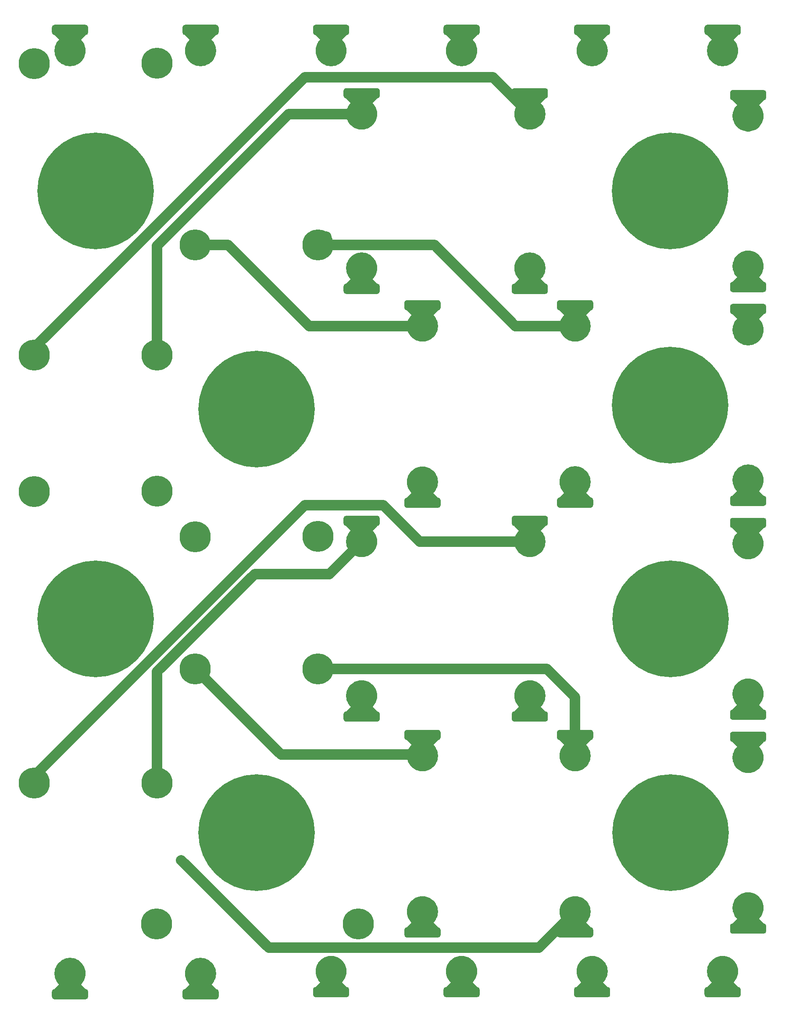
<source format=gbr>
%TF.GenerationSoftware,KiCad,Pcbnew,(5.1.9)-1*%
%TF.CreationDate,2021-11-07T02:37:45+01:00*%
%TF.ProjectId,SwitchBox,53776974-6368-4426-9f78-2e6b69636164,rev?*%
%TF.SameCoordinates,Original*%
%TF.FileFunction,Copper,L2,Bot*%
%TF.FilePolarity,Positive*%
%FSLAX46Y46*%
G04 Gerber Fmt 4.6, Leading zero omitted, Abs format (unit mm)*
G04 Created by KiCad (PCBNEW (5.1.9)-1) date 2021-11-07 02:37:45*
%MOMM*%
%LPD*%
G01*
G04 APERTURE LIST*
%TA.AperFunction,ComponentPad*%
%ADD10C,6.000000*%
%TD*%
%TA.AperFunction,ComponentPad*%
%ADD11C,22.500000*%
%TD*%
%TA.AperFunction,ComponentPad*%
%ADD12C,0.100000*%
%TD*%
%TA.AperFunction,ViaPad*%
%ADD13C,2.000000*%
%TD*%
%TA.AperFunction,Conductor*%
%ADD14C,2.000000*%
%TD*%
%TA.AperFunction,Conductor*%
%ADD15C,1.500000*%
%TD*%
G04 APERTURE END LIST*
D10*
%TO.P,SW1,2*%
%TO.N,/PASS1_NC*%
X60120000Y-96280000D03*
%TO.P,SW1,1*%
%TO.N,Net-(F1-Pad1)*%
X60100000Y-40010000D03*
%TO.P,SW1,3*%
%TO.N,Net-(F5-Pad1)*%
X36400000Y-40040000D03*
%TO.P,SW1,4*%
%TO.N,/PASS1_NO*%
X36420000Y-96260000D03*
D11*
%TO.P,SW1,*%
%TO.N,*%
X48260000Y-64650000D03*
%TD*%
%TO.P,D4,*%
%TO.N,*%
X159250000Y-188420000D03*
%TD*%
%TO.P,D3,*%
%TO.N,*%
X159230000Y-147163332D03*
%TD*%
%TO.P,D2,*%
%TO.N,*%
X159190000Y-105906666D03*
%TD*%
%TO.P,D1,*%
%TO.N,*%
X159190000Y-64650000D03*
%TD*%
%TA.AperFunction,ComponentPad*%
D12*
%TO.P,BLACK,1*%
%TO.N,/COM2_NO*%
G36*
X111790191Y-117802470D02*
G01*
X112078941Y-117859906D01*
X112360670Y-117945368D01*
X112632665Y-118058032D01*
X112892308Y-118196814D01*
X113137098Y-118360377D01*
X113364677Y-118547147D01*
X113572853Y-118755323D01*
X113759623Y-118982902D01*
X113923186Y-119227692D01*
X114061968Y-119487335D01*
X114174632Y-119759330D01*
X114260094Y-120041059D01*
X114317530Y-120329809D01*
X114346386Y-120622797D01*
X114346386Y-120917203D01*
X114317530Y-121210191D01*
X114260094Y-121498941D01*
X114174632Y-121780670D01*
X114061968Y-122052665D01*
X113923186Y-122312308D01*
X113759623Y-122557098D01*
X113572853Y-122784677D01*
X113468765Y-122888765D01*
X114350000Y-123770000D01*
X108350000Y-123770000D01*
X109231235Y-122888765D01*
X109127147Y-122784677D01*
X108940377Y-122557098D01*
X108776814Y-122312308D01*
X108638032Y-122052665D01*
X108525368Y-121780670D01*
X108439906Y-121498941D01*
X108382470Y-121210191D01*
X108353614Y-120917203D01*
X108353614Y-120622797D01*
X108382470Y-120329809D01*
X108439906Y-120041059D01*
X108525368Y-119759330D01*
X108638032Y-119487335D01*
X108776814Y-119227692D01*
X108940377Y-118982902D01*
X109127147Y-118755323D01*
X109335323Y-118547147D01*
X109562902Y-118360377D01*
X109807692Y-118196814D01*
X110067335Y-118058032D01*
X110339330Y-117945368D01*
X110621059Y-117859906D01*
X110909809Y-117802470D01*
X111202797Y-117773614D01*
X111497203Y-117773614D01*
X111790191Y-117802470D01*
G37*
%TD.AperFunction*%
%TA.AperFunction,ComponentPad*%
G36*
G01*
X108350000Y-123770000D02*
X114350000Y-123770000D01*
G75*
G02*
X114850000Y-124270000I0J-500000D01*
G01*
X114850000Y-125270000D01*
G75*
G02*
X114350000Y-125770000I-500000J0D01*
G01*
X108350000Y-125770000D01*
G75*
G02*
X107850000Y-125270000I0J500000D01*
G01*
X107850000Y-124270000D01*
G75*
G02*
X108350000Y-123770000I500000J0D01*
G01*
G37*
%TD.AperFunction*%
%TD*%
%TA.AperFunction,ComponentPad*%
%TO.P,BLACK,1*%
%TO.N,/PASS3_NC*%
G36*
X99169809Y-135237530D02*
G01*
X98881059Y-135180094D01*
X98599330Y-135094632D01*
X98327335Y-134981968D01*
X98067692Y-134843186D01*
X97822902Y-134679623D01*
X97595323Y-134492853D01*
X97387147Y-134284677D01*
X97200377Y-134057098D01*
X97036814Y-133812308D01*
X96898032Y-133552665D01*
X96785368Y-133280670D01*
X96699906Y-132998941D01*
X96642470Y-132710191D01*
X96613614Y-132417203D01*
X96613614Y-132122797D01*
X96642470Y-131829809D01*
X96699906Y-131541059D01*
X96785368Y-131259330D01*
X96898032Y-130987335D01*
X97036814Y-130727692D01*
X97200377Y-130482902D01*
X97387147Y-130255323D01*
X97491235Y-130151235D01*
X96610000Y-129270000D01*
X102610000Y-129270000D01*
X101728765Y-130151235D01*
X101832853Y-130255323D01*
X102019623Y-130482902D01*
X102183186Y-130727692D01*
X102321968Y-130987335D01*
X102434632Y-131259330D01*
X102520094Y-131541059D01*
X102577530Y-131829809D01*
X102606386Y-132122797D01*
X102606386Y-132417203D01*
X102577530Y-132710191D01*
X102520094Y-132998941D01*
X102434632Y-133280670D01*
X102321968Y-133552665D01*
X102183186Y-133812308D01*
X102019623Y-134057098D01*
X101832853Y-134284677D01*
X101624677Y-134492853D01*
X101397098Y-134679623D01*
X101152308Y-134843186D01*
X100892665Y-134981968D01*
X100620670Y-135094632D01*
X100338941Y-135180094D01*
X100050191Y-135237530D01*
X99757203Y-135266386D01*
X99462797Y-135266386D01*
X99169809Y-135237530D01*
G37*
%TD.AperFunction*%
%TA.AperFunction,ComponentPad*%
G36*
G01*
X102610000Y-129270000D02*
X96610000Y-129270000D01*
G75*
G02*
X96110000Y-128770000I0J500000D01*
G01*
X96110000Y-127770000D01*
G75*
G02*
X96610000Y-127270000I500000J0D01*
G01*
X102610000Y-127270000D01*
G75*
G02*
X103110000Y-127770000I0J-500000D01*
G01*
X103110000Y-128770000D01*
G75*
G02*
X102610000Y-129270000I-500000J0D01*
G01*
G37*
%TD.AperFunction*%
%TD*%
%TO.P,BLACK,1*%
%TO.N,/COM3_NO*%
%TA.AperFunction,ComponentPad*%
G36*
G01*
X96610000Y-165010000D02*
X102610000Y-165010000D01*
G75*
G02*
X103110000Y-165510000I0J-500000D01*
G01*
X103110000Y-166510000D01*
G75*
G02*
X102610000Y-167010000I-500000J0D01*
G01*
X96610000Y-167010000D01*
G75*
G02*
X96110000Y-166510000I0J500000D01*
G01*
X96110000Y-165510000D01*
G75*
G02*
X96610000Y-165010000I500000J0D01*
G01*
G37*
%TD.AperFunction*%
%TA.AperFunction,ComponentPad*%
G36*
X100050191Y-159042470D02*
G01*
X100338941Y-159099906D01*
X100620670Y-159185368D01*
X100892665Y-159298032D01*
X101152308Y-159436814D01*
X101397098Y-159600377D01*
X101624677Y-159787147D01*
X101832853Y-159995323D01*
X102019623Y-160222902D01*
X102183186Y-160467692D01*
X102321968Y-160727335D01*
X102434632Y-160999330D01*
X102520094Y-161281059D01*
X102577530Y-161569809D01*
X102606386Y-161862797D01*
X102606386Y-162157203D01*
X102577530Y-162450191D01*
X102520094Y-162738941D01*
X102434632Y-163020670D01*
X102321968Y-163292665D01*
X102183186Y-163552308D01*
X102019623Y-163797098D01*
X101832853Y-164024677D01*
X101728765Y-164128765D01*
X102610000Y-165010000D01*
X96610000Y-165010000D01*
X97491235Y-164128765D01*
X97387147Y-164024677D01*
X97200377Y-163797098D01*
X97036814Y-163552308D01*
X96898032Y-163292665D01*
X96785368Y-163020670D01*
X96699906Y-162738941D01*
X96642470Y-162450191D01*
X96613614Y-162157203D01*
X96613614Y-161862797D01*
X96642470Y-161569809D01*
X96699906Y-161281059D01*
X96785368Y-160999330D01*
X96898032Y-160727335D01*
X97036814Y-160467692D01*
X97200377Y-160222902D01*
X97387147Y-159995323D01*
X97595323Y-159787147D01*
X97822902Y-159600377D01*
X98067692Y-159436814D01*
X98327335Y-159298032D01*
X98599330Y-159185368D01*
X98881059Y-159099906D01*
X99169809Y-159042470D01*
X99462797Y-159013614D01*
X99757203Y-159013614D01*
X100050191Y-159042470D01*
G37*
%TD.AperFunction*%
%TD*%
%TO.P,BLACK,1*%
%TO.N,/COM4_NO*%
%TA.AperFunction,ComponentPad*%
G36*
G01*
X108350000Y-206650000D02*
X114350000Y-206650000D01*
G75*
G02*
X114850000Y-207150000I0J-500000D01*
G01*
X114850000Y-208150000D01*
G75*
G02*
X114350000Y-208650000I-500000J0D01*
G01*
X108350000Y-208650000D01*
G75*
G02*
X107850000Y-208150000I0J500000D01*
G01*
X107850000Y-207150000D01*
G75*
G02*
X108350000Y-206650000I500000J0D01*
G01*
G37*
%TD.AperFunction*%
%TA.AperFunction,ComponentPad*%
G36*
X111790191Y-200682470D02*
G01*
X112078941Y-200739906D01*
X112360670Y-200825368D01*
X112632665Y-200938032D01*
X112892308Y-201076814D01*
X113137098Y-201240377D01*
X113364677Y-201427147D01*
X113572853Y-201635323D01*
X113759623Y-201862902D01*
X113923186Y-202107692D01*
X114061968Y-202367335D01*
X114174632Y-202639330D01*
X114260094Y-202921059D01*
X114317530Y-203209809D01*
X114346386Y-203502797D01*
X114346386Y-203797203D01*
X114317530Y-204090191D01*
X114260094Y-204378941D01*
X114174632Y-204660670D01*
X114061968Y-204932665D01*
X113923186Y-205192308D01*
X113759623Y-205437098D01*
X113572853Y-205664677D01*
X113468765Y-205768765D01*
X114350000Y-206650000D01*
X108350000Y-206650000D01*
X109231235Y-205768765D01*
X109127147Y-205664677D01*
X108940377Y-205437098D01*
X108776814Y-205192308D01*
X108638032Y-204932665D01*
X108525368Y-204660670D01*
X108439906Y-204378941D01*
X108382470Y-204090191D01*
X108353614Y-203797203D01*
X108353614Y-203502797D01*
X108382470Y-203209809D01*
X108439906Y-202921059D01*
X108525368Y-202639330D01*
X108638032Y-202367335D01*
X108776814Y-202107692D01*
X108940377Y-201862902D01*
X109127147Y-201635323D01*
X109335323Y-201427147D01*
X109562902Y-201240377D01*
X109807692Y-201076814D01*
X110067335Y-200938032D01*
X110339330Y-200825368D01*
X110621059Y-200739906D01*
X110909809Y-200682470D01*
X111202797Y-200653614D01*
X111497203Y-200653614D01*
X111790191Y-200682470D01*
G37*
%TD.AperFunction*%
%TD*%
%TO.P,BLACK,1*%
%TO.N,/PASS4_NC*%
%TA.AperFunction,ComponentPad*%
G36*
G01*
X114350000Y-170570000D02*
X108350000Y-170570000D01*
G75*
G02*
X107850000Y-170070000I0J500000D01*
G01*
X107850000Y-169070000D01*
G75*
G02*
X108350000Y-168570000I500000J0D01*
G01*
X114350000Y-168570000D01*
G75*
G02*
X114850000Y-169070000I0J-500000D01*
G01*
X114850000Y-170070000D01*
G75*
G02*
X114350000Y-170570000I-500000J0D01*
G01*
G37*
%TD.AperFunction*%
%TA.AperFunction,ComponentPad*%
G36*
X110909809Y-176537530D02*
G01*
X110621059Y-176480094D01*
X110339330Y-176394632D01*
X110067335Y-176281968D01*
X109807692Y-176143186D01*
X109562902Y-175979623D01*
X109335323Y-175792853D01*
X109127147Y-175584677D01*
X108940377Y-175357098D01*
X108776814Y-175112308D01*
X108638032Y-174852665D01*
X108525368Y-174580670D01*
X108439906Y-174298941D01*
X108382470Y-174010191D01*
X108353614Y-173717203D01*
X108353614Y-173422797D01*
X108382470Y-173129809D01*
X108439906Y-172841059D01*
X108525368Y-172559330D01*
X108638032Y-172287335D01*
X108776814Y-172027692D01*
X108940377Y-171782902D01*
X109127147Y-171555323D01*
X109231235Y-171451235D01*
X108350000Y-170570000D01*
X114350000Y-170570000D01*
X113468765Y-171451235D01*
X113572853Y-171555323D01*
X113759623Y-171782902D01*
X113923186Y-172027692D01*
X114061968Y-172287335D01*
X114174632Y-172559330D01*
X114260094Y-172841059D01*
X114317530Y-173129809D01*
X114346386Y-173422797D01*
X114346386Y-173717203D01*
X114317530Y-174010191D01*
X114260094Y-174298941D01*
X114174632Y-174580670D01*
X114061968Y-174852665D01*
X113923186Y-175112308D01*
X113759623Y-175357098D01*
X113572853Y-175584677D01*
X113364677Y-175792853D01*
X113137098Y-175979623D01*
X112892308Y-176143186D01*
X112632665Y-176281968D01*
X112360670Y-176394632D01*
X112078941Y-176480094D01*
X111790191Y-176537530D01*
X111497203Y-176566386D01*
X111202797Y-176566386D01*
X110909809Y-176537530D01*
G37*
%TD.AperFunction*%
%TD*%
%TA.AperFunction,ComponentPad*%
%TO.P,BLACK,1*%
%TO.N,/PASS2_NC*%
G36*
X110909809Y-93647530D02*
G01*
X110621059Y-93590094D01*
X110339330Y-93504632D01*
X110067335Y-93391968D01*
X109807692Y-93253186D01*
X109562902Y-93089623D01*
X109335323Y-92902853D01*
X109127147Y-92694677D01*
X108940377Y-92467098D01*
X108776814Y-92222308D01*
X108638032Y-91962665D01*
X108525368Y-91690670D01*
X108439906Y-91408941D01*
X108382470Y-91120191D01*
X108353614Y-90827203D01*
X108353614Y-90532797D01*
X108382470Y-90239809D01*
X108439906Y-89951059D01*
X108525368Y-89669330D01*
X108638032Y-89397335D01*
X108776814Y-89137692D01*
X108940377Y-88892902D01*
X109127147Y-88665323D01*
X109231235Y-88561235D01*
X108350000Y-87680000D01*
X114350000Y-87680000D01*
X113468765Y-88561235D01*
X113572853Y-88665323D01*
X113759623Y-88892902D01*
X113923186Y-89137692D01*
X114061968Y-89397335D01*
X114174632Y-89669330D01*
X114260094Y-89951059D01*
X114317530Y-90239809D01*
X114346386Y-90532797D01*
X114346386Y-90827203D01*
X114317530Y-91120191D01*
X114260094Y-91408941D01*
X114174632Y-91690670D01*
X114061968Y-91962665D01*
X113923186Y-92222308D01*
X113759623Y-92467098D01*
X113572853Y-92694677D01*
X113364677Y-92902853D01*
X113137098Y-93089623D01*
X112892308Y-93253186D01*
X112632665Y-93391968D01*
X112360670Y-93504632D01*
X112078941Y-93590094D01*
X111790191Y-93647530D01*
X111497203Y-93676386D01*
X111202797Y-93676386D01*
X110909809Y-93647530D01*
G37*
%TD.AperFunction*%
%TA.AperFunction,ComponentPad*%
G36*
G01*
X114350000Y-87680000D02*
X108350000Y-87680000D01*
G75*
G02*
X107850000Y-87180000I0J500000D01*
G01*
X107850000Y-86180000D01*
G75*
G02*
X108350000Y-85680000I500000J0D01*
G01*
X114350000Y-85680000D01*
G75*
G02*
X114850000Y-86180000I0J-500000D01*
G01*
X114850000Y-87180000D01*
G75*
G02*
X114350000Y-87680000I-500000J0D01*
G01*
G37*
%TD.AperFunction*%
%TD*%
%TA.AperFunction,ComponentPad*%
%TO.P,BLACK,1*%
%TO.N,/COM1_NO*%
G36*
X100050191Y-76532470D02*
G01*
X100338941Y-76589906D01*
X100620670Y-76675368D01*
X100892665Y-76788032D01*
X101152308Y-76926814D01*
X101397098Y-77090377D01*
X101624677Y-77277147D01*
X101832853Y-77485323D01*
X102019623Y-77712902D01*
X102183186Y-77957692D01*
X102321968Y-78217335D01*
X102434632Y-78489330D01*
X102520094Y-78771059D01*
X102577530Y-79059809D01*
X102606386Y-79352797D01*
X102606386Y-79647203D01*
X102577530Y-79940191D01*
X102520094Y-80228941D01*
X102434632Y-80510670D01*
X102321968Y-80782665D01*
X102183186Y-81042308D01*
X102019623Y-81287098D01*
X101832853Y-81514677D01*
X101728765Y-81618765D01*
X102610000Y-82500000D01*
X96610000Y-82500000D01*
X97491235Y-81618765D01*
X97387147Y-81514677D01*
X97200377Y-81287098D01*
X97036814Y-81042308D01*
X96898032Y-80782665D01*
X96785368Y-80510670D01*
X96699906Y-80228941D01*
X96642470Y-79940191D01*
X96613614Y-79647203D01*
X96613614Y-79352797D01*
X96642470Y-79059809D01*
X96699906Y-78771059D01*
X96785368Y-78489330D01*
X96898032Y-78217335D01*
X97036814Y-77957692D01*
X97200377Y-77712902D01*
X97387147Y-77485323D01*
X97595323Y-77277147D01*
X97822902Y-77090377D01*
X98067692Y-76926814D01*
X98327335Y-76788032D01*
X98599330Y-76675368D01*
X98881059Y-76589906D01*
X99169809Y-76532470D01*
X99462797Y-76503614D01*
X99757203Y-76503614D01*
X100050191Y-76532470D01*
G37*
%TD.AperFunction*%
%TA.AperFunction,ComponentPad*%
G36*
G01*
X96610000Y-82500000D02*
X102610000Y-82500000D01*
G75*
G02*
X103110000Y-83000000I0J-500000D01*
G01*
X103110000Y-84000000D01*
G75*
G02*
X102610000Y-84500000I-500000J0D01*
G01*
X96610000Y-84500000D01*
G75*
G02*
X96110000Y-84000000I0J500000D01*
G01*
X96110000Y-83000000D01*
G75*
G02*
X96610000Y-82500000I500000J0D01*
G01*
G37*
%TD.AperFunction*%
%TD*%
%TA.AperFunction,ComponentPad*%
%TO.P,BLACK,1*%
%TO.N,/PASS2_NO*%
G36*
X140379809Y-93647530D02*
G01*
X140091059Y-93590094D01*
X139809330Y-93504632D01*
X139537335Y-93391968D01*
X139277692Y-93253186D01*
X139032902Y-93089623D01*
X138805323Y-92902853D01*
X138597147Y-92694677D01*
X138410377Y-92467098D01*
X138246814Y-92222308D01*
X138108032Y-91962665D01*
X137995368Y-91690670D01*
X137909906Y-91408941D01*
X137852470Y-91120191D01*
X137823614Y-90827203D01*
X137823614Y-90532797D01*
X137852470Y-90239809D01*
X137909906Y-89951059D01*
X137995368Y-89669330D01*
X138108032Y-89397335D01*
X138246814Y-89137692D01*
X138410377Y-88892902D01*
X138597147Y-88665323D01*
X138701235Y-88561235D01*
X137820000Y-87680000D01*
X143820000Y-87680000D01*
X142938765Y-88561235D01*
X143042853Y-88665323D01*
X143229623Y-88892902D01*
X143393186Y-89137692D01*
X143531968Y-89397335D01*
X143644632Y-89669330D01*
X143730094Y-89951059D01*
X143787530Y-90239809D01*
X143816386Y-90532797D01*
X143816386Y-90827203D01*
X143787530Y-91120191D01*
X143730094Y-91408941D01*
X143644632Y-91690670D01*
X143531968Y-91962665D01*
X143393186Y-92222308D01*
X143229623Y-92467098D01*
X143042853Y-92694677D01*
X142834677Y-92902853D01*
X142607098Y-93089623D01*
X142362308Y-93253186D01*
X142102665Y-93391968D01*
X141830670Y-93504632D01*
X141548941Y-93590094D01*
X141260191Y-93647530D01*
X140967203Y-93676386D01*
X140672797Y-93676386D01*
X140379809Y-93647530D01*
G37*
%TD.AperFunction*%
%TA.AperFunction,ComponentPad*%
G36*
G01*
X143820000Y-87680000D02*
X137820000Y-87680000D01*
G75*
G02*
X137320000Y-87180000I0J500000D01*
G01*
X137320000Y-86180000D01*
G75*
G02*
X137820000Y-85680000I500000J0D01*
G01*
X143820000Y-85680000D01*
G75*
G02*
X144320000Y-86180000I0J-500000D01*
G01*
X144320000Y-87180000D01*
G75*
G02*
X143820000Y-87680000I-500000J0D01*
G01*
G37*
%TD.AperFunction*%
%TD*%
%TA.AperFunction,ComponentPad*%
%TO.P,BLACK,1*%
%TO.N,/PASS4_NO*%
G36*
X140379809Y-176537530D02*
G01*
X140091059Y-176480094D01*
X139809330Y-176394632D01*
X139537335Y-176281968D01*
X139277692Y-176143186D01*
X139032902Y-175979623D01*
X138805323Y-175792853D01*
X138597147Y-175584677D01*
X138410377Y-175357098D01*
X138246814Y-175112308D01*
X138108032Y-174852665D01*
X137995368Y-174580670D01*
X137909906Y-174298941D01*
X137852470Y-174010191D01*
X137823614Y-173717203D01*
X137823614Y-173422797D01*
X137852470Y-173129809D01*
X137909906Y-172841059D01*
X137995368Y-172559330D01*
X138108032Y-172287335D01*
X138246814Y-172027692D01*
X138410377Y-171782902D01*
X138597147Y-171555323D01*
X138701235Y-171451235D01*
X137820000Y-170570000D01*
X143820000Y-170570000D01*
X142938765Y-171451235D01*
X143042853Y-171555323D01*
X143229623Y-171782902D01*
X143393186Y-172027692D01*
X143531968Y-172287335D01*
X143644632Y-172559330D01*
X143730094Y-172841059D01*
X143787530Y-173129809D01*
X143816386Y-173422797D01*
X143816386Y-173717203D01*
X143787530Y-174010191D01*
X143730094Y-174298941D01*
X143644632Y-174580670D01*
X143531968Y-174852665D01*
X143393186Y-175112308D01*
X143229623Y-175357098D01*
X143042853Y-175584677D01*
X142834677Y-175792853D01*
X142607098Y-175979623D01*
X142362308Y-176143186D01*
X142102665Y-176281968D01*
X141830670Y-176394632D01*
X141548941Y-176480094D01*
X141260191Y-176537530D01*
X140967203Y-176566386D01*
X140672797Y-176566386D01*
X140379809Y-176537530D01*
G37*
%TD.AperFunction*%
%TA.AperFunction,ComponentPad*%
G36*
G01*
X143820000Y-170570000D02*
X137820000Y-170570000D01*
G75*
G02*
X137320000Y-170070000I0J500000D01*
G01*
X137320000Y-169070000D01*
G75*
G02*
X137820000Y-168570000I500000J0D01*
G01*
X143820000Y-168570000D01*
G75*
G02*
X144320000Y-169070000I0J-500000D01*
G01*
X144320000Y-170070000D01*
G75*
G02*
X143820000Y-170570000I-500000J0D01*
G01*
G37*
%TD.AperFunction*%
%TD*%
%TA.AperFunction,ComponentPad*%
%TO.P,BLACK,1*%
%TO.N,/COM3_NC*%
G36*
X132520191Y-159032470D02*
G01*
X132808941Y-159089906D01*
X133090670Y-159175368D01*
X133362665Y-159288032D01*
X133622308Y-159426814D01*
X133867098Y-159590377D01*
X134094677Y-159777147D01*
X134302853Y-159985323D01*
X134489623Y-160212902D01*
X134653186Y-160457692D01*
X134791968Y-160717335D01*
X134904632Y-160989330D01*
X134990094Y-161271059D01*
X135047530Y-161559809D01*
X135076386Y-161852797D01*
X135076386Y-162147203D01*
X135047530Y-162440191D01*
X134990094Y-162728941D01*
X134904632Y-163010670D01*
X134791968Y-163282665D01*
X134653186Y-163542308D01*
X134489623Y-163787098D01*
X134302853Y-164014677D01*
X134198765Y-164118765D01*
X135080000Y-165000000D01*
X129080000Y-165000000D01*
X129961235Y-164118765D01*
X129857147Y-164014677D01*
X129670377Y-163787098D01*
X129506814Y-163542308D01*
X129368032Y-163282665D01*
X129255368Y-163010670D01*
X129169906Y-162728941D01*
X129112470Y-162440191D01*
X129083614Y-162147203D01*
X129083614Y-161852797D01*
X129112470Y-161559809D01*
X129169906Y-161271059D01*
X129255368Y-160989330D01*
X129368032Y-160717335D01*
X129506814Y-160457692D01*
X129670377Y-160212902D01*
X129857147Y-159985323D01*
X130065323Y-159777147D01*
X130292902Y-159590377D01*
X130537692Y-159426814D01*
X130797335Y-159288032D01*
X131069330Y-159175368D01*
X131351059Y-159089906D01*
X131639809Y-159032470D01*
X131932797Y-159003614D01*
X132227203Y-159003614D01*
X132520191Y-159032470D01*
G37*
%TD.AperFunction*%
%TA.AperFunction,ComponentPad*%
G36*
G01*
X129080000Y-165000000D02*
X135080000Y-165000000D01*
G75*
G02*
X135580000Y-165500000I0J-500000D01*
G01*
X135580000Y-166500000D01*
G75*
G02*
X135080000Y-167000000I-500000J0D01*
G01*
X129080000Y-167000000D01*
G75*
G02*
X128580000Y-166500000I0J500000D01*
G01*
X128580000Y-165500000D01*
G75*
G02*
X129080000Y-165000000I500000J0D01*
G01*
G37*
%TD.AperFunction*%
%TD*%
%TO.P,BLACK,1*%
%TO.N,/COM4_NC*%
%TA.AperFunction,ComponentPad*%
G36*
G01*
X137820000Y-206640000D02*
X143820000Y-206640000D01*
G75*
G02*
X144320000Y-207140000I0J-500000D01*
G01*
X144320000Y-208140000D01*
G75*
G02*
X143820000Y-208640000I-500000J0D01*
G01*
X137820000Y-208640000D01*
G75*
G02*
X137320000Y-208140000I0J500000D01*
G01*
X137320000Y-207140000D01*
G75*
G02*
X137820000Y-206640000I500000J0D01*
G01*
G37*
%TD.AperFunction*%
%TA.AperFunction,ComponentPad*%
G36*
X141260191Y-200672470D02*
G01*
X141548941Y-200729906D01*
X141830670Y-200815368D01*
X142102665Y-200928032D01*
X142362308Y-201066814D01*
X142607098Y-201230377D01*
X142834677Y-201417147D01*
X143042853Y-201625323D01*
X143229623Y-201852902D01*
X143393186Y-202097692D01*
X143531968Y-202357335D01*
X143644632Y-202629330D01*
X143730094Y-202911059D01*
X143787530Y-203199809D01*
X143816386Y-203492797D01*
X143816386Y-203787203D01*
X143787530Y-204080191D01*
X143730094Y-204368941D01*
X143644632Y-204650670D01*
X143531968Y-204922665D01*
X143393186Y-205182308D01*
X143229623Y-205427098D01*
X143042853Y-205654677D01*
X142938765Y-205758765D01*
X143820000Y-206640000D01*
X137820000Y-206640000D01*
X138701235Y-205758765D01*
X138597147Y-205654677D01*
X138410377Y-205427098D01*
X138246814Y-205182308D01*
X138108032Y-204922665D01*
X137995368Y-204650670D01*
X137909906Y-204368941D01*
X137852470Y-204080191D01*
X137823614Y-203787203D01*
X137823614Y-203492797D01*
X137852470Y-203199809D01*
X137909906Y-202911059D01*
X137995368Y-202629330D01*
X138108032Y-202357335D01*
X138246814Y-202097692D01*
X138410377Y-201852902D01*
X138597147Y-201625323D01*
X138805323Y-201417147D01*
X139032902Y-201230377D01*
X139277692Y-201066814D01*
X139537335Y-200928032D01*
X139809330Y-200815368D01*
X140091059Y-200729906D01*
X140379809Y-200672470D01*
X140672797Y-200643614D01*
X140967203Y-200643614D01*
X141260191Y-200672470D01*
G37*
%TD.AperFunction*%
%TD*%
%TO.P,BLACK,1*%
%TO.N,/COM1_NC*%
%TA.AperFunction,ComponentPad*%
G36*
G01*
X129080000Y-82500000D02*
X135080000Y-82500000D01*
G75*
G02*
X135580000Y-83000000I0J-500000D01*
G01*
X135580000Y-84000000D01*
G75*
G02*
X135080000Y-84500000I-500000J0D01*
G01*
X129080000Y-84500000D01*
G75*
G02*
X128580000Y-84000000I0J500000D01*
G01*
X128580000Y-83000000D01*
G75*
G02*
X129080000Y-82500000I500000J0D01*
G01*
G37*
%TD.AperFunction*%
%TA.AperFunction,ComponentPad*%
G36*
X132520191Y-76532470D02*
G01*
X132808941Y-76589906D01*
X133090670Y-76675368D01*
X133362665Y-76788032D01*
X133622308Y-76926814D01*
X133867098Y-77090377D01*
X134094677Y-77277147D01*
X134302853Y-77485323D01*
X134489623Y-77712902D01*
X134653186Y-77957692D01*
X134791968Y-78217335D01*
X134904632Y-78489330D01*
X134990094Y-78771059D01*
X135047530Y-79059809D01*
X135076386Y-79352797D01*
X135076386Y-79647203D01*
X135047530Y-79940191D01*
X134990094Y-80228941D01*
X134904632Y-80510670D01*
X134791968Y-80782665D01*
X134653186Y-81042308D01*
X134489623Y-81287098D01*
X134302853Y-81514677D01*
X134198765Y-81618765D01*
X135080000Y-82500000D01*
X129080000Y-82500000D01*
X129961235Y-81618765D01*
X129857147Y-81514677D01*
X129670377Y-81287098D01*
X129506814Y-81042308D01*
X129368032Y-80782665D01*
X129255368Y-80510670D01*
X129169906Y-80228941D01*
X129112470Y-79940191D01*
X129083614Y-79647203D01*
X129083614Y-79352797D01*
X129112470Y-79059809D01*
X129169906Y-78771059D01*
X129255368Y-78489330D01*
X129368032Y-78217335D01*
X129506814Y-77957692D01*
X129670377Y-77712902D01*
X129857147Y-77485323D01*
X130065323Y-77277147D01*
X130292902Y-77090377D01*
X130537692Y-76926814D01*
X130797335Y-76788032D01*
X131069330Y-76675368D01*
X131351059Y-76589906D01*
X131639809Y-76532470D01*
X131932797Y-76503614D01*
X132227203Y-76503614D01*
X132520191Y-76532470D01*
G37*
%TD.AperFunction*%
%TD*%
%TO.P,BLACK,1*%
%TO.N,/COM2_NC*%
%TA.AperFunction,ComponentPad*%
G36*
G01*
X137820000Y-123740000D02*
X143820000Y-123740000D01*
G75*
G02*
X144320000Y-124240000I0J-500000D01*
G01*
X144320000Y-125240000D01*
G75*
G02*
X143820000Y-125740000I-500000J0D01*
G01*
X137820000Y-125740000D01*
G75*
G02*
X137320000Y-125240000I0J500000D01*
G01*
X137320000Y-124240000D01*
G75*
G02*
X137820000Y-123740000I500000J0D01*
G01*
G37*
%TD.AperFunction*%
%TA.AperFunction,ComponentPad*%
G36*
X141260191Y-117772470D02*
G01*
X141548941Y-117829906D01*
X141830670Y-117915368D01*
X142102665Y-118028032D01*
X142362308Y-118166814D01*
X142607098Y-118330377D01*
X142834677Y-118517147D01*
X143042853Y-118725323D01*
X143229623Y-118952902D01*
X143393186Y-119197692D01*
X143531968Y-119457335D01*
X143644632Y-119729330D01*
X143730094Y-120011059D01*
X143787530Y-120299809D01*
X143816386Y-120592797D01*
X143816386Y-120887203D01*
X143787530Y-121180191D01*
X143730094Y-121468941D01*
X143644632Y-121750670D01*
X143531968Y-122022665D01*
X143393186Y-122282308D01*
X143229623Y-122527098D01*
X143042853Y-122754677D01*
X142938765Y-122858765D01*
X143820000Y-123740000D01*
X137820000Y-123740000D01*
X138701235Y-122858765D01*
X138597147Y-122754677D01*
X138410377Y-122527098D01*
X138246814Y-122282308D01*
X138108032Y-122022665D01*
X137995368Y-121750670D01*
X137909906Y-121468941D01*
X137852470Y-121180191D01*
X137823614Y-120887203D01*
X137823614Y-120592797D01*
X137852470Y-120299809D01*
X137909906Y-120011059D01*
X137995368Y-119729330D01*
X138108032Y-119457335D01*
X138246814Y-119197692D01*
X138410377Y-118952902D01*
X138597147Y-118725323D01*
X138805323Y-118517147D01*
X139032902Y-118330377D01*
X139277692Y-118166814D01*
X139537335Y-118028032D01*
X139809330Y-117915368D01*
X140091059Y-117829906D01*
X140379809Y-117772470D01*
X140672797Y-117743614D01*
X140967203Y-117743614D01*
X141260191Y-117772470D01*
G37*
%TD.AperFunction*%
%TD*%
%TO.P,BLACK,1*%
%TO.N,/PASS3_NO*%
%TA.AperFunction,ComponentPad*%
G36*
G01*
X135080000Y-129270000D02*
X129080000Y-129270000D01*
G75*
G02*
X128580000Y-128770000I0J500000D01*
G01*
X128580000Y-127770000D01*
G75*
G02*
X129080000Y-127270000I500000J0D01*
G01*
X135080000Y-127270000D01*
G75*
G02*
X135580000Y-127770000I0J-500000D01*
G01*
X135580000Y-128770000D01*
G75*
G02*
X135080000Y-129270000I-500000J0D01*
G01*
G37*
%TD.AperFunction*%
%TA.AperFunction,ComponentPad*%
G36*
X131639809Y-135237530D02*
G01*
X131351059Y-135180094D01*
X131069330Y-135094632D01*
X130797335Y-134981968D01*
X130537692Y-134843186D01*
X130292902Y-134679623D01*
X130065323Y-134492853D01*
X129857147Y-134284677D01*
X129670377Y-134057098D01*
X129506814Y-133812308D01*
X129368032Y-133552665D01*
X129255368Y-133280670D01*
X129169906Y-132998941D01*
X129112470Y-132710191D01*
X129083614Y-132417203D01*
X129083614Y-132122797D01*
X129112470Y-131829809D01*
X129169906Y-131541059D01*
X129255368Y-131259330D01*
X129368032Y-130987335D01*
X129506814Y-130727692D01*
X129670377Y-130482902D01*
X129857147Y-130255323D01*
X129961235Y-130151235D01*
X129080000Y-129270000D01*
X135080000Y-129270000D01*
X134198765Y-130151235D01*
X134302853Y-130255323D01*
X134489623Y-130482902D01*
X134653186Y-130727692D01*
X134791968Y-130987335D01*
X134904632Y-131259330D01*
X134990094Y-131541059D01*
X135047530Y-131829809D01*
X135076386Y-132122797D01*
X135076386Y-132417203D01*
X135047530Y-132710191D01*
X134990094Y-132998941D01*
X134904632Y-133280670D01*
X134791968Y-133552665D01*
X134653186Y-133812308D01*
X134489623Y-134057098D01*
X134302853Y-134284677D01*
X134094677Y-134492853D01*
X133867098Y-134679623D01*
X133622308Y-134843186D01*
X133362665Y-134981968D01*
X133090670Y-135094632D01*
X132808941Y-135180094D01*
X132520191Y-135237530D01*
X132227203Y-135266386D01*
X131932797Y-135266386D01*
X131639809Y-135237530D01*
G37*
%TD.AperFunction*%
%TD*%
%TO.P,BLACK,1*%
%TO.N,G*%
%TA.AperFunction,ComponentPad*%
G36*
G01*
X40310000Y-218570000D02*
X46310000Y-218570000D01*
G75*
G02*
X46810000Y-219070000I0J-500000D01*
G01*
X46810000Y-220070000D01*
G75*
G02*
X46310000Y-220570000I-500000J0D01*
G01*
X40310000Y-220570000D01*
G75*
G02*
X39810000Y-220070000I0J500000D01*
G01*
X39810000Y-219070000D01*
G75*
G02*
X40310000Y-218570000I500000J0D01*
G01*
G37*
%TD.AperFunction*%
%TA.AperFunction,ComponentPad*%
G36*
X43750191Y-212602470D02*
G01*
X44038941Y-212659906D01*
X44320670Y-212745368D01*
X44592665Y-212858032D01*
X44852308Y-212996814D01*
X45097098Y-213160377D01*
X45324677Y-213347147D01*
X45532853Y-213555323D01*
X45719623Y-213782902D01*
X45883186Y-214027692D01*
X46021968Y-214287335D01*
X46134632Y-214559330D01*
X46220094Y-214841059D01*
X46277530Y-215129809D01*
X46306386Y-215422797D01*
X46306386Y-215717203D01*
X46277530Y-216010191D01*
X46220094Y-216298941D01*
X46134632Y-216580670D01*
X46021968Y-216852665D01*
X45883186Y-217112308D01*
X45719623Y-217357098D01*
X45532853Y-217584677D01*
X45428765Y-217688765D01*
X46310000Y-218570000D01*
X40310000Y-218570000D01*
X41191235Y-217688765D01*
X41087147Y-217584677D01*
X40900377Y-217357098D01*
X40736814Y-217112308D01*
X40598032Y-216852665D01*
X40485368Y-216580670D01*
X40399906Y-216298941D01*
X40342470Y-216010191D01*
X40313614Y-215717203D01*
X40313614Y-215422797D01*
X40342470Y-215129809D01*
X40399906Y-214841059D01*
X40485368Y-214559330D01*
X40598032Y-214287335D01*
X40736814Y-214027692D01*
X40900377Y-213782902D01*
X41087147Y-213555323D01*
X41295323Y-213347147D01*
X41522902Y-213160377D01*
X41767692Y-212996814D01*
X42027335Y-212858032D01*
X42299330Y-212745368D01*
X42581059Y-212659906D01*
X42869809Y-212602470D01*
X43162797Y-212573614D01*
X43457203Y-212573614D01*
X43750191Y-212602470D01*
G37*
%TD.AperFunction*%
%TD*%
%TA.AperFunction,ComponentPad*%
%TO.P,RED,1*%
%TO.N,Net-(J10-Pad1)*%
G36*
X42869809Y-40537530D02*
G01*
X42581059Y-40480094D01*
X42299330Y-40394632D01*
X42027335Y-40281968D01*
X41767692Y-40143186D01*
X41522902Y-39979623D01*
X41295323Y-39792853D01*
X41087147Y-39584677D01*
X40900377Y-39357098D01*
X40736814Y-39112308D01*
X40598032Y-38852665D01*
X40485368Y-38580670D01*
X40399906Y-38298941D01*
X40342470Y-38010191D01*
X40313614Y-37717203D01*
X40313614Y-37422797D01*
X40342470Y-37129809D01*
X40399906Y-36841059D01*
X40485368Y-36559330D01*
X40598032Y-36287335D01*
X40736814Y-36027692D01*
X40900377Y-35782902D01*
X41087147Y-35555323D01*
X41191235Y-35451235D01*
X40310000Y-34570000D01*
X46310000Y-34570000D01*
X45428765Y-35451235D01*
X45532853Y-35555323D01*
X45719623Y-35782902D01*
X45883186Y-36027692D01*
X46021968Y-36287335D01*
X46134632Y-36559330D01*
X46220094Y-36841059D01*
X46277530Y-37129809D01*
X46306386Y-37422797D01*
X46306386Y-37717203D01*
X46277530Y-38010191D01*
X46220094Y-38298941D01*
X46134632Y-38580670D01*
X46021968Y-38852665D01*
X45883186Y-39112308D01*
X45719623Y-39357098D01*
X45532853Y-39584677D01*
X45324677Y-39792853D01*
X45097098Y-39979623D01*
X44852308Y-40143186D01*
X44592665Y-40281968D01*
X44320670Y-40394632D01*
X44038941Y-40480094D01*
X43750191Y-40537530D01*
X43457203Y-40566386D01*
X43162797Y-40566386D01*
X42869809Y-40537530D01*
G37*
%TD.AperFunction*%
%TA.AperFunction,ComponentPad*%
G36*
G01*
X46310000Y-34570000D02*
X40310000Y-34570000D01*
G75*
G02*
X39810000Y-34070000I0J500000D01*
G01*
X39810000Y-33070000D01*
G75*
G02*
X40310000Y-32570000I500000J0D01*
G01*
X46310000Y-32570000D01*
G75*
G02*
X46810000Y-33070000I0J-500000D01*
G01*
X46810000Y-34070000D01*
G75*
G02*
X46310000Y-34570000I-500000J0D01*
G01*
G37*
%TD.AperFunction*%
%TD*%
%TA.AperFunction,ComponentPad*%
%TO.P,BLACK,1*%
%TO.N,G*%
G36*
X68948191Y-212602470D02*
G01*
X69236941Y-212659906D01*
X69518670Y-212745368D01*
X69790665Y-212858032D01*
X70050308Y-212996814D01*
X70295098Y-213160377D01*
X70522677Y-213347147D01*
X70730853Y-213555323D01*
X70917623Y-213782902D01*
X71081186Y-214027692D01*
X71219968Y-214287335D01*
X71332632Y-214559330D01*
X71418094Y-214841059D01*
X71475530Y-215129809D01*
X71504386Y-215422797D01*
X71504386Y-215717203D01*
X71475530Y-216010191D01*
X71418094Y-216298941D01*
X71332632Y-216580670D01*
X71219968Y-216852665D01*
X71081186Y-217112308D01*
X70917623Y-217357098D01*
X70730853Y-217584677D01*
X70626765Y-217688765D01*
X71508000Y-218570000D01*
X65508000Y-218570000D01*
X66389235Y-217688765D01*
X66285147Y-217584677D01*
X66098377Y-217357098D01*
X65934814Y-217112308D01*
X65796032Y-216852665D01*
X65683368Y-216580670D01*
X65597906Y-216298941D01*
X65540470Y-216010191D01*
X65511614Y-215717203D01*
X65511614Y-215422797D01*
X65540470Y-215129809D01*
X65597906Y-214841059D01*
X65683368Y-214559330D01*
X65796032Y-214287335D01*
X65934814Y-214027692D01*
X66098377Y-213782902D01*
X66285147Y-213555323D01*
X66493323Y-213347147D01*
X66720902Y-213160377D01*
X66965692Y-212996814D01*
X67225335Y-212858032D01*
X67497330Y-212745368D01*
X67779059Y-212659906D01*
X68067809Y-212602470D01*
X68360797Y-212573614D01*
X68655203Y-212573614D01*
X68948191Y-212602470D01*
G37*
%TD.AperFunction*%
%TA.AperFunction,ComponentPad*%
G36*
G01*
X65508000Y-218570000D02*
X71508000Y-218570000D01*
G75*
G02*
X72008000Y-219070000I0J-500000D01*
G01*
X72008000Y-220070000D01*
G75*
G02*
X71508000Y-220570000I-500000J0D01*
G01*
X65508000Y-220570000D01*
G75*
G02*
X65008000Y-220070000I0J500000D01*
G01*
X65008000Y-219070000D01*
G75*
G02*
X65508000Y-218570000I500000J0D01*
G01*
G37*
%TD.AperFunction*%
%TD*%
%TO.P,RED,1*%
%TO.N,Net-(J10-Pad1)*%
%TA.AperFunction,ComponentPad*%
G36*
G01*
X71508000Y-34570000D02*
X65508000Y-34570000D01*
G75*
G02*
X65008000Y-34070000I0J500000D01*
G01*
X65008000Y-33070000D01*
G75*
G02*
X65508000Y-32570000I500000J0D01*
G01*
X71508000Y-32570000D01*
G75*
G02*
X72008000Y-33070000I0J-500000D01*
G01*
X72008000Y-34070000D01*
G75*
G02*
X71508000Y-34570000I-500000J0D01*
G01*
G37*
%TD.AperFunction*%
%TA.AperFunction,ComponentPad*%
G36*
X68067809Y-40537530D02*
G01*
X67779059Y-40480094D01*
X67497330Y-40394632D01*
X67225335Y-40281968D01*
X66965692Y-40143186D01*
X66720902Y-39979623D01*
X66493323Y-39792853D01*
X66285147Y-39584677D01*
X66098377Y-39357098D01*
X65934814Y-39112308D01*
X65796032Y-38852665D01*
X65683368Y-38580670D01*
X65597906Y-38298941D01*
X65540470Y-38010191D01*
X65511614Y-37717203D01*
X65511614Y-37422797D01*
X65540470Y-37129809D01*
X65597906Y-36841059D01*
X65683368Y-36559330D01*
X65796032Y-36287335D01*
X65934814Y-36027692D01*
X66098377Y-35782902D01*
X66285147Y-35555323D01*
X66389235Y-35451235D01*
X65508000Y-34570000D01*
X71508000Y-34570000D01*
X70626765Y-35451235D01*
X70730853Y-35555323D01*
X70917623Y-35782902D01*
X71081186Y-36027692D01*
X71219968Y-36287335D01*
X71332632Y-36559330D01*
X71418094Y-36841059D01*
X71475530Y-37129809D01*
X71504386Y-37422797D01*
X71504386Y-37717203D01*
X71475530Y-38010191D01*
X71418094Y-38298941D01*
X71332632Y-38580670D01*
X71219968Y-38852665D01*
X71081186Y-39112308D01*
X70917623Y-39357098D01*
X70730853Y-39584677D01*
X70522677Y-39792853D01*
X70295098Y-39979623D01*
X70050308Y-40143186D01*
X69790665Y-40281968D01*
X69518670Y-40394632D01*
X69236941Y-40480094D01*
X68948191Y-40537530D01*
X68655203Y-40566386D01*
X68360797Y-40566386D01*
X68067809Y-40537530D01*
G37*
%TD.AperFunction*%
%TD*%
%TO.P,BLACK,1*%
%TO.N,G*%
%TA.AperFunction,ComponentPad*%
G36*
G01*
X90706000Y-218170000D02*
X96706000Y-218170000D01*
G75*
G02*
X97206000Y-218670000I0J-500000D01*
G01*
X97206000Y-219670000D01*
G75*
G02*
X96706000Y-220170000I-500000J0D01*
G01*
X90706000Y-220170000D01*
G75*
G02*
X90206000Y-219670000I0J500000D01*
G01*
X90206000Y-218670000D01*
G75*
G02*
X90706000Y-218170000I500000J0D01*
G01*
G37*
%TD.AperFunction*%
%TA.AperFunction,ComponentPad*%
G36*
X94146191Y-212202470D02*
G01*
X94434941Y-212259906D01*
X94716670Y-212345368D01*
X94988665Y-212458032D01*
X95248308Y-212596814D01*
X95493098Y-212760377D01*
X95720677Y-212947147D01*
X95928853Y-213155323D01*
X96115623Y-213382902D01*
X96279186Y-213627692D01*
X96417968Y-213887335D01*
X96530632Y-214159330D01*
X96616094Y-214441059D01*
X96673530Y-214729809D01*
X96702386Y-215022797D01*
X96702386Y-215317203D01*
X96673530Y-215610191D01*
X96616094Y-215898941D01*
X96530632Y-216180670D01*
X96417968Y-216452665D01*
X96279186Y-216712308D01*
X96115623Y-216957098D01*
X95928853Y-217184677D01*
X95824765Y-217288765D01*
X96706000Y-218170000D01*
X90706000Y-218170000D01*
X91587235Y-217288765D01*
X91483147Y-217184677D01*
X91296377Y-216957098D01*
X91132814Y-216712308D01*
X90994032Y-216452665D01*
X90881368Y-216180670D01*
X90795906Y-215898941D01*
X90738470Y-215610191D01*
X90709614Y-215317203D01*
X90709614Y-215022797D01*
X90738470Y-214729809D01*
X90795906Y-214441059D01*
X90881368Y-214159330D01*
X90994032Y-213887335D01*
X91132814Y-213627692D01*
X91296377Y-213382902D01*
X91483147Y-213155323D01*
X91691323Y-212947147D01*
X91918902Y-212760377D01*
X92163692Y-212596814D01*
X92423335Y-212458032D01*
X92695330Y-212345368D01*
X92977059Y-212259906D01*
X93265809Y-212202470D01*
X93558797Y-212173614D01*
X93853203Y-212173614D01*
X94146191Y-212202470D01*
G37*
%TD.AperFunction*%
%TD*%
%TA.AperFunction,ComponentPad*%
%TO.P,RED,1*%
%TO.N,Net-(J10-Pad1)*%
G36*
X93265809Y-40537530D02*
G01*
X92977059Y-40480094D01*
X92695330Y-40394632D01*
X92423335Y-40281968D01*
X92163692Y-40143186D01*
X91918902Y-39979623D01*
X91691323Y-39792853D01*
X91483147Y-39584677D01*
X91296377Y-39357098D01*
X91132814Y-39112308D01*
X90994032Y-38852665D01*
X90881368Y-38580670D01*
X90795906Y-38298941D01*
X90738470Y-38010191D01*
X90709614Y-37717203D01*
X90709614Y-37422797D01*
X90738470Y-37129809D01*
X90795906Y-36841059D01*
X90881368Y-36559330D01*
X90994032Y-36287335D01*
X91132814Y-36027692D01*
X91296377Y-35782902D01*
X91483147Y-35555323D01*
X91587235Y-35451235D01*
X90706000Y-34570000D01*
X96706000Y-34570000D01*
X95824765Y-35451235D01*
X95928853Y-35555323D01*
X96115623Y-35782902D01*
X96279186Y-36027692D01*
X96417968Y-36287335D01*
X96530632Y-36559330D01*
X96616094Y-36841059D01*
X96673530Y-37129809D01*
X96702386Y-37422797D01*
X96702386Y-37717203D01*
X96673530Y-38010191D01*
X96616094Y-38298941D01*
X96530632Y-38580670D01*
X96417968Y-38852665D01*
X96279186Y-39112308D01*
X96115623Y-39357098D01*
X95928853Y-39584677D01*
X95720677Y-39792853D01*
X95493098Y-39979623D01*
X95248308Y-40143186D01*
X94988665Y-40281968D01*
X94716670Y-40394632D01*
X94434941Y-40480094D01*
X94146191Y-40537530D01*
X93853203Y-40566386D01*
X93558797Y-40566386D01*
X93265809Y-40537530D01*
G37*
%TD.AperFunction*%
%TA.AperFunction,ComponentPad*%
G36*
G01*
X96706000Y-34570000D02*
X90706000Y-34570000D01*
G75*
G02*
X90206000Y-34070000I0J500000D01*
G01*
X90206000Y-33070000D01*
G75*
G02*
X90706000Y-32570000I500000J0D01*
G01*
X96706000Y-32570000D01*
G75*
G02*
X97206000Y-33070000I0J-500000D01*
G01*
X97206000Y-34070000D01*
G75*
G02*
X96706000Y-34570000I-500000J0D01*
G01*
G37*
%TD.AperFunction*%
%TD*%
%TA.AperFunction,ComponentPad*%
%TO.P,BLACK,1*%
%TO.N,G*%
G36*
X119344191Y-212202470D02*
G01*
X119632941Y-212259906D01*
X119914670Y-212345368D01*
X120186665Y-212458032D01*
X120446308Y-212596814D01*
X120691098Y-212760377D01*
X120918677Y-212947147D01*
X121126853Y-213155323D01*
X121313623Y-213382902D01*
X121477186Y-213627692D01*
X121615968Y-213887335D01*
X121728632Y-214159330D01*
X121814094Y-214441059D01*
X121871530Y-214729809D01*
X121900386Y-215022797D01*
X121900386Y-215317203D01*
X121871530Y-215610191D01*
X121814094Y-215898941D01*
X121728632Y-216180670D01*
X121615968Y-216452665D01*
X121477186Y-216712308D01*
X121313623Y-216957098D01*
X121126853Y-217184677D01*
X121022765Y-217288765D01*
X121904000Y-218170000D01*
X115904000Y-218170000D01*
X116785235Y-217288765D01*
X116681147Y-217184677D01*
X116494377Y-216957098D01*
X116330814Y-216712308D01*
X116192032Y-216452665D01*
X116079368Y-216180670D01*
X115993906Y-215898941D01*
X115936470Y-215610191D01*
X115907614Y-215317203D01*
X115907614Y-215022797D01*
X115936470Y-214729809D01*
X115993906Y-214441059D01*
X116079368Y-214159330D01*
X116192032Y-213887335D01*
X116330814Y-213627692D01*
X116494377Y-213382902D01*
X116681147Y-213155323D01*
X116889323Y-212947147D01*
X117116902Y-212760377D01*
X117361692Y-212596814D01*
X117621335Y-212458032D01*
X117893330Y-212345368D01*
X118175059Y-212259906D01*
X118463809Y-212202470D01*
X118756797Y-212173614D01*
X119051203Y-212173614D01*
X119344191Y-212202470D01*
G37*
%TD.AperFunction*%
%TA.AperFunction,ComponentPad*%
G36*
G01*
X115904000Y-218170000D02*
X121904000Y-218170000D01*
G75*
G02*
X122404000Y-218670000I0J-500000D01*
G01*
X122404000Y-219670000D01*
G75*
G02*
X121904000Y-220170000I-500000J0D01*
G01*
X115904000Y-220170000D01*
G75*
G02*
X115404000Y-219670000I0J500000D01*
G01*
X115404000Y-218670000D01*
G75*
G02*
X115904000Y-218170000I500000J0D01*
G01*
G37*
%TD.AperFunction*%
%TD*%
%TO.P,RED,1*%
%TO.N,Net-(J10-Pad1)*%
%TA.AperFunction,ComponentPad*%
G36*
G01*
X121904000Y-34570000D02*
X115904000Y-34570000D01*
G75*
G02*
X115404000Y-34070000I0J500000D01*
G01*
X115404000Y-33070000D01*
G75*
G02*
X115904000Y-32570000I500000J0D01*
G01*
X121904000Y-32570000D01*
G75*
G02*
X122404000Y-33070000I0J-500000D01*
G01*
X122404000Y-34070000D01*
G75*
G02*
X121904000Y-34570000I-500000J0D01*
G01*
G37*
%TD.AperFunction*%
%TA.AperFunction,ComponentPad*%
G36*
X118463809Y-40537530D02*
G01*
X118175059Y-40480094D01*
X117893330Y-40394632D01*
X117621335Y-40281968D01*
X117361692Y-40143186D01*
X117116902Y-39979623D01*
X116889323Y-39792853D01*
X116681147Y-39584677D01*
X116494377Y-39357098D01*
X116330814Y-39112308D01*
X116192032Y-38852665D01*
X116079368Y-38580670D01*
X115993906Y-38298941D01*
X115936470Y-38010191D01*
X115907614Y-37717203D01*
X115907614Y-37422797D01*
X115936470Y-37129809D01*
X115993906Y-36841059D01*
X116079368Y-36559330D01*
X116192032Y-36287335D01*
X116330814Y-36027692D01*
X116494377Y-35782902D01*
X116681147Y-35555323D01*
X116785235Y-35451235D01*
X115904000Y-34570000D01*
X121904000Y-34570000D01*
X121022765Y-35451235D01*
X121126853Y-35555323D01*
X121313623Y-35782902D01*
X121477186Y-36027692D01*
X121615968Y-36287335D01*
X121728632Y-36559330D01*
X121814094Y-36841059D01*
X121871530Y-37129809D01*
X121900386Y-37422797D01*
X121900386Y-37717203D01*
X121871530Y-38010191D01*
X121814094Y-38298941D01*
X121728632Y-38580670D01*
X121615968Y-38852665D01*
X121477186Y-39112308D01*
X121313623Y-39357098D01*
X121126853Y-39584677D01*
X120918677Y-39792853D01*
X120691098Y-39979623D01*
X120446308Y-40143186D01*
X120186665Y-40281968D01*
X119914670Y-40394632D01*
X119632941Y-40480094D01*
X119344191Y-40537530D01*
X119051203Y-40566386D01*
X118756797Y-40566386D01*
X118463809Y-40537530D01*
G37*
%TD.AperFunction*%
%TD*%
%TO.P,BLACK,1*%
%TO.N,G*%
%TA.AperFunction,ComponentPad*%
G36*
G01*
X141102000Y-218170000D02*
X147102000Y-218170000D01*
G75*
G02*
X147602000Y-218670000I0J-500000D01*
G01*
X147602000Y-219670000D01*
G75*
G02*
X147102000Y-220170000I-500000J0D01*
G01*
X141102000Y-220170000D01*
G75*
G02*
X140602000Y-219670000I0J500000D01*
G01*
X140602000Y-218670000D01*
G75*
G02*
X141102000Y-218170000I500000J0D01*
G01*
G37*
%TD.AperFunction*%
%TA.AperFunction,ComponentPad*%
G36*
X144542191Y-212202470D02*
G01*
X144830941Y-212259906D01*
X145112670Y-212345368D01*
X145384665Y-212458032D01*
X145644308Y-212596814D01*
X145889098Y-212760377D01*
X146116677Y-212947147D01*
X146324853Y-213155323D01*
X146511623Y-213382902D01*
X146675186Y-213627692D01*
X146813968Y-213887335D01*
X146926632Y-214159330D01*
X147012094Y-214441059D01*
X147069530Y-214729809D01*
X147098386Y-215022797D01*
X147098386Y-215317203D01*
X147069530Y-215610191D01*
X147012094Y-215898941D01*
X146926632Y-216180670D01*
X146813968Y-216452665D01*
X146675186Y-216712308D01*
X146511623Y-216957098D01*
X146324853Y-217184677D01*
X146220765Y-217288765D01*
X147102000Y-218170000D01*
X141102000Y-218170000D01*
X141983235Y-217288765D01*
X141879147Y-217184677D01*
X141692377Y-216957098D01*
X141528814Y-216712308D01*
X141390032Y-216452665D01*
X141277368Y-216180670D01*
X141191906Y-215898941D01*
X141134470Y-215610191D01*
X141105614Y-215317203D01*
X141105614Y-215022797D01*
X141134470Y-214729809D01*
X141191906Y-214441059D01*
X141277368Y-214159330D01*
X141390032Y-213887335D01*
X141528814Y-213627692D01*
X141692377Y-213382902D01*
X141879147Y-213155323D01*
X142087323Y-212947147D01*
X142314902Y-212760377D01*
X142559692Y-212596814D01*
X142819335Y-212458032D01*
X143091330Y-212345368D01*
X143373059Y-212259906D01*
X143661809Y-212202470D01*
X143954797Y-212173614D01*
X144249203Y-212173614D01*
X144542191Y-212202470D01*
G37*
%TD.AperFunction*%
%TD*%
%TA.AperFunction,ComponentPad*%
%TO.P,RED,1*%
%TO.N,Net-(J10-Pad1)*%
G36*
X143661809Y-40537530D02*
G01*
X143373059Y-40480094D01*
X143091330Y-40394632D01*
X142819335Y-40281968D01*
X142559692Y-40143186D01*
X142314902Y-39979623D01*
X142087323Y-39792853D01*
X141879147Y-39584677D01*
X141692377Y-39357098D01*
X141528814Y-39112308D01*
X141390032Y-38852665D01*
X141277368Y-38580670D01*
X141191906Y-38298941D01*
X141134470Y-38010191D01*
X141105614Y-37717203D01*
X141105614Y-37422797D01*
X141134470Y-37129809D01*
X141191906Y-36841059D01*
X141277368Y-36559330D01*
X141390032Y-36287335D01*
X141528814Y-36027692D01*
X141692377Y-35782902D01*
X141879147Y-35555323D01*
X141983235Y-35451235D01*
X141102000Y-34570000D01*
X147102000Y-34570000D01*
X146220765Y-35451235D01*
X146324853Y-35555323D01*
X146511623Y-35782902D01*
X146675186Y-36027692D01*
X146813968Y-36287335D01*
X146926632Y-36559330D01*
X147012094Y-36841059D01*
X147069530Y-37129809D01*
X147098386Y-37422797D01*
X147098386Y-37717203D01*
X147069530Y-38010191D01*
X147012094Y-38298941D01*
X146926632Y-38580670D01*
X146813968Y-38852665D01*
X146675186Y-39112308D01*
X146511623Y-39357098D01*
X146324853Y-39584677D01*
X146116677Y-39792853D01*
X145889098Y-39979623D01*
X145644308Y-40143186D01*
X145384665Y-40281968D01*
X145112670Y-40394632D01*
X144830941Y-40480094D01*
X144542191Y-40537530D01*
X144249203Y-40566386D01*
X143954797Y-40566386D01*
X143661809Y-40537530D01*
G37*
%TD.AperFunction*%
%TA.AperFunction,ComponentPad*%
G36*
G01*
X147102000Y-34570000D02*
X141102000Y-34570000D01*
G75*
G02*
X140602000Y-34070000I0J500000D01*
G01*
X140602000Y-33070000D01*
G75*
G02*
X141102000Y-32570000I500000J0D01*
G01*
X147102000Y-32570000D01*
G75*
G02*
X147602000Y-33070000I0J-500000D01*
G01*
X147602000Y-34070000D01*
G75*
G02*
X147102000Y-34570000I-500000J0D01*
G01*
G37*
%TD.AperFunction*%
%TD*%
%TA.AperFunction,ComponentPad*%
%TO.P,BLACK,1*%
%TO.N,G*%
G36*
X169740191Y-212202470D02*
G01*
X170028941Y-212259906D01*
X170310670Y-212345368D01*
X170582665Y-212458032D01*
X170842308Y-212596814D01*
X171087098Y-212760377D01*
X171314677Y-212947147D01*
X171522853Y-213155323D01*
X171709623Y-213382902D01*
X171873186Y-213627692D01*
X172011968Y-213887335D01*
X172124632Y-214159330D01*
X172210094Y-214441059D01*
X172267530Y-214729809D01*
X172296386Y-215022797D01*
X172296386Y-215317203D01*
X172267530Y-215610191D01*
X172210094Y-215898941D01*
X172124632Y-216180670D01*
X172011968Y-216452665D01*
X171873186Y-216712308D01*
X171709623Y-216957098D01*
X171522853Y-217184677D01*
X171418765Y-217288765D01*
X172300000Y-218170000D01*
X166300000Y-218170000D01*
X167181235Y-217288765D01*
X167077147Y-217184677D01*
X166890377Y-216957098D01*
X166726814Y-216712308D01*
X166588032Y-216452665D01*
X166475368Y-216180670D01*
X166389906Y-215898941D01*
X166332470Y-215610191D01*
X166303614Y-215317203D01*
X166303614Y-215022797D01*
X166332470Y-214729809D01*
X166389906Y-214441059D01*
X166475368Y-214159330D01*
X166588032Y-213887335D01*
X166726814Y-213627692D01*
X166890377Y-213382902D01*
X167077147Y-213155323D01*
X167285323Y-212947147D01*
X167512902Y-212760377D01*
X167757692Y-212596814D01*
X168017335Y-212458032D01*
X168289330Y-212345368D01*
X168571059Y-212259906D01*
X168859809Y-212202470D01*
X169152797Y-212173614D01*
X169447203Y-212173614D01*
X169740191Y-212202470D01*
G37*
%TD.AperFunction*%
%TA.AperFunction,ComponentPad*%
G36*
G01*
X166300000Y-218170000D02*
X172300000Y-218170000D01*
G75*
G02*
X172800000Y-218670000I0J-500000D01*
G01*
X172800000Y-219670000D01*
G75*
G02*
X172300000Y-220170000I-500000J0D01*
G01*
X166300000Y-220170000D01*
G75*
G02*
X165800000Y-219670000I0J500000D01*
G01*
X165800000Y-218670000D01*
G75*
G02*
X166300000Y-218170000I500000J0D01*
G01*
G37*
%TD.AperFunction*%
%TD*%
%TO.P,RED,1*%
%TO.N,Net-(J10-Pad1)*%
%TA.AperFunction,ComponentPad*%
G36*
G01*
X172300000Y-34570000D02*
X166300000Y-34570000D01*
G75*
G02*
X165800000Y-34070000I0J500000D01*
G01*
X165800000Y-33070000D01*
G75*
G02*
X166300000Y-32570000I500000J0D01*
G01*
X172300000Y-32570000D01*
G75*
G02*
X172800000Y-33070000I0J-500000D01*
G01*
X172800000Y-34070000D01*
G75*
G02*
X172300000Y-34570000I-500000J0D01*
G01*
G37*
%TD.AperFunction*%
%TA.AperFunction,ComponentPad*%
G36*
X168859809Y-40537530D02*
G01*
X168571059Y-40480094D01*
X168289330Y-40394632D01*
X168017335Y-40281968D01*
X167757692Y-40143186D01*
X167512902Y-39979623D01*
X167285323Y-39792853D01*
X167077147Y-39584677D01*
X166890377Y-39357098D01*
X166726814Y-39112308D01*
X166588032Y-38852665D01*
X166475368Y-38580670D01*
X166389906Y-38298941D01*
X166332470Y-38010191D01*
X166303614Y-37717203D01*
X166303614Y-37422797D01*
X166332470Y-37129809D01*
X166389906Y-36841059D01*
X166475368Y-36559330D01*
X166588032Y-36287335D01*
X166726814Y-36027692D01*
X166890377Y-35782902D01*
X167077147Y-35555323D01*
X167181235Y-35451235D01*
X166300000Y-34570000D01*
X172300000Y-34570000D01*
X171418765Y-35451235D01*
X171522853Y-35555323D01*
X171709623Y-35782902D01*
X171873186Y-36027692D01*
X172011968Y-36287335D01*
X172124632Y-36559330D01*
X172210094Y-36841059D01*
X172267530Y-37129809D01*
X172296386Y-37422797D01*
X172296386Y-37717203D01*
X172267530Y-38010191D01*
X172210094Y-38298941D01*
X172124632Y-38580670D01*
X172011968Y-38852665D01*
X171873186Y-39112308D01*
X171709623Y-39357098D01*
X171522853Y-39584677D01*
X171314677Y-39792853D01*
X171087098Y-39979623D01*
X170842308Y-40143186D01*
X170582665Y-40281968D01*
X170310670Y-40394632D01*
X170028941Y-40480094D01*
X169740191Y-40537530D01*
X169447203Y-40566386D01*
X169152797Y-40566386D01*
X168859809Y-40537530D01*
G37*
%TD.AperFunction*%
%TD*%
%TO.P,BLACK,1*%
%TO.N,/PASS1_NC*%
%TA.AperFunction,ComponentPad*%
G36*
G01*
X102610000Y-46790000D02*
X96610000Y-46790000D01*
G75*
G02*
X96110000Y-46290000I0J500000D01*
G01*
X96110000Y-45290000D01*
G75*
G02*
X96610000Y-44790000I500000J0D01*
G01*
X102610000Y-44790000D01*
G75*
G02*
X103110000Y-45290000I0J-500000D01*
G01*
X103110000Y-46290000D01*
G75*
G02*
X102610000Y-46790000I-500000J0D01*
G01*
G37*
%TD.AperFunction*%
%TA.AperFunction,ComponentPad*%
G36*
X99169809Y-52757530D02*
G01*
X98881059Y-52700094D01*
X98599330Y-52614632D01*
X98327335Y-52501968D01*
X98067692Y-52363186D01*
X97822902Y-52199623D01*
X97595323Y-52012853D01*
X97387147Y-51804677D01*
X97200377Y-51577098D01*
X97036814Y-51332308D01*
X96898032Y-51072665D01*
X96785368Y-50800670D01*
X96699906Y-50518941D01*
X96642470Y-50230191D01*
X96613614Y-49937203D01*
X96613614Y-49642797D01*
X96642470Y-49349809D01*
X96699906Y-49061059D01*
X96785368Y-48779330D01*
X96898032Y-48507335D01*
X97036814Y-48247692D01*
X97200377Y-48002902D01*
X97387147Y-47775323D01*
X97491235Y-47671235D01*
X96610000Y-46790000D01*
X102610000Y-46790000D01*
X101728765Y-47671235D01*
X101832853Y-47775323D01*
X102019623Y-48002902D01*
X102183186Y-48247692D01*
X102321968Y-48507335D01*
X102434632Y-48779330D01*
X102520094Y-49061059D01*
X102577530Y-49349809D01*
X102606386Y-49642797D01*
X102606386Y-49937203D01*
X102577530Y-50230191D01*
X102520094Y-50518941D01*
X102434632Y-50800670D01*
X102321968Y-51072665D01*
X102183186Y-51332308D01*
X102019623Y-51577098D01*
X101832853Y-51804677D01*
X101624677Y-52012853D01*
X101397098Y-52199623D01*
X101152308Y-52363186D01*
X100892665Y-52501968D01*
X100620670Y-52614632D01*
X100338941Y-52700094D01*
X100050191Y-52757530D01*
X99757203Y-52786386D01*
X99462797Y-52786386D01*
X99169809Y-52757530D01*
G37*
%TD.AperFunction*%
%TD*%
%TA.AperFunction,ComponentPad*%
%TO.P,BLACK,1*%
%TO.N,/PASS1_NO*%
G36*
X131639809Y-52757530D02*
G01*
X131351059Y-52700094D01*
X131069330Y-52614632D01*
X130797335Y-52501968D01*
X130537692Y-52363186D01*
X130292902Y-52199623D01*
X130065323Y-52012853D01*
X129857147Y-51804677D01*
X129670377Y-51577098D01*
X129506814Y-51332308D01*
X129368032Y-51072665D01*
X129255368Y-50800670D01*
X129169906Y-50518941D01*
X129112470Y-50230191D01*
X129083614Y-49937203D01*
X129083614Y-49642797D01*
X129112470Y-49349809D01*
X129169906Y-49061059D01*
X129255368Y-48779330D01*
X129368032Y-48507335D01*
X129506814Y-48247692D01*
X129670377Y-48002902D01*
X129857147Y-47775323D01*
X129961235Y-47671235D01*
X129080000Y-46790000D01*
X135080000Y-46790000D01*
X134198765Y-47671235D01*
X134302853Y-47775323D01*
X134489623Y-48002902D01*
X134653186Y-48247692D01*
X134791968Y-48507335D01*
X134904632Y-48779330D01*
X134990094Y-49061059D01*
X135047530Y-49349809D01*
X135076386Y-49642797D01*
X135076386Y-49937203D01*
X135047530Y-50230191D01*
X134990094Y-50518941D01*
X134904632Y-50800670D01*
X134791968Y-51072665D01*
X134653186Y-51332308D01*
X134489623Y-51577098D01*
X134302853Y-51804677D01*
X134094677Y-52012853D01*
X133867098Y-52199623D01*
X133622308Y-52363186D01*
X133362665Y-52501968D01*
X133090670Y-52614632D01*
X132808941Y-52700094D01*
X132520191Y-52757530D01*
X132227203Y-52786386D01*
X131932797Y-52786386D01*
X131639809Y-52757530D01*
G37*
%TD.AperFunction*%
%TA.AperFunction,ComponentPad*%
G36*
G01*
X135080000Y-46790000D02*
X129080000Y-46790000D01*
G75*
G02*
X128580000Y-46290000I0J500000D01*
G01*
X128580000Y-45290000D01*
G75*
G02*
X129080000Y-44790000I500000J0D01*
G01*
X135080000Y-44790000D01*
G75*
G02*
X135580000Y-45290000I0J-500000D01*
G01*
X135580000Y-46290000D01*
G75*
G02*
X135080000Y-46790000I-500000J0D01*
G01*
G37*
%TD.AperFunction*%
%TD*%
%TO.P,X1,1*%
%TO.N,Net-(D9-Pad1)*%
%TA.AperFunction,ComponentPad*%
G36*
G01*
X177220000Y-47157223D02*
X171220000Y-47157223D01*
G75*
G02*
X170720000Y-46657223I0J500000D01*
G01*
X170720000Y-45657223D01*
G75*
G02*
X171220000Y-45157223I500000J0D01*
G01*
X177220000Y-45157223D01*
G75*
G02*
X177720000Y-45657223I0J-500000D01*
G01*
X177720000Y-46657223D01*
G75*
G02*
X177220000Y-47157223I-500000J0D01*
G01*
G37*
%TD.AperFunction*%
%TA.AperFunction,ComponentPad*%
G36*
X173779809Y-53124753D02*
G01*
X173491059Y-53067317D01*
X173209330Y-52981855D01*
X172937335Y-52869191D01*
X172677692Y-52730409D01*
X172432902Y-52566846D01*
X172205323Y-52380076D01*
X171997147Y-52171900D01*
X171810377Y-51944321D01*
X171646814Y-51699531D01*
X171508032Y-51439888D01*
X171395368Y-51167893D01*
X171309906Y-50886164D01*
X171252470Y-50597414D01*
X171223614Y-50304426D01*
X171223614Y-50010020D01*
X171252470Y-49717032D01*
X171309906Y-49428282D01*
X171395368Y-49146553D01*
X171508032Y-48874558D01*
X171646814Y-48614915D01*
X171810377Y-48370125D01*
X171997147Y-48142546D01*
X172101235Y-48038458D01*
X171220000Y-47157223D01*
X177220000Y-47157223D01*
X176338765Y-48038458D01*
X176442853Y-48142546D01*
X176629623Y-48370125D01*
X176793186Y-48614915D01*
X176931968Y-48874558D01*
X177044632Y-49146553D01*
X177130094Y-49428282D01*
X177187530Y-49717032D01*
X177216386Y-50010020D01*
X177216386Y-50304426D01*
X177187530Y-50597414D01*
X177130094Y-50886164D01*
X177044632Y-51167893D01*
X176931968Y-51439888D01*
X176793186Y-51699531D01*
X176629623Y-51944321D01*
X176442853Y-52171900D01*
X176234677Y-52380076D01*
X176007098Y-52566846D01*
X175762308Y-52730409D01*
X175502665Y-52869191D01*
X175230670Y-52981855D01*
X174948941Y-53067317D01*
X174660191Y-53124753D01*
X174367203Y-53153609D01*
X174072797Y-53153609D01*
X173779809Y-53124753D01*
G37*
%TD.AperFunction*%
%TD*%
%TA.AperFunction,ComponentPad*%
%TO.P,X2,1*%
%TO.N,Net-(D9-Pad2)*%
G36*
X174660191Y-76175247D02*
G01*
X174948941Y-76232683D01*
X175230670Y-76318145D01*
X175502665Y-76430809D01*
X175762308Y-76569591D01*
X176007098Y-76733154D01*
X176234677Y-76919924D01*
X176442853Y-77128100D01*
X176629623Y-77355679D01*
X176793186Y-77600469D01*
X176931968Y-77860112D01*
X177044632Y-78132107D01*
X177130094Y-78413836D01*
X177187530Y-78702586D01*
X177216386Y-78995574D01*
X177216386Y-79289980D01*
X177187530Y-79582968D01*
X177130094Y-79871718D01*
X177044632Y-80153447D01*
X176931968Y-80425442D01*
X176793186Y-80685085D01*
X176629623Y-80929875D01*
X176442853Y-81157454D01*
X176338765Y-81261542D01*
X177220000Y-82142777D01*
X171220000Y-82142777D01*
X172101235Y-81261542D01*
X171997147Y-81157454D01*
X171810377Y-80929875D01*
X171646814Y-80685085D01*
X171508032Y-80425442D01*
X171395368Y-80153447D01*
X171309906Y-79871718D01*
X171252470Y-79582968D01*
X171223614Y-79289980D01*
X171223614Y-78995574D01*
X171252470Y-78702586D01*
X171309906Y-78413836D01*
X171395368Y-78132107D01*
X171508032Y-77860112D01*
X171646814Y-77600469D01*
X171810377Y-77355679D01*
X171997147Y-77128100D01*
X172205323Y-76919924D01*
X172432902Y-76733154D01*
X172677692Y-76569591D01*
X172937335Y-76430809D01*
X173209330Y-76318145D01*
X173491059Y-76232683D01*
X173779809Y-76175247D01*
X174072797Y-76146391D01*
X174367203Y-76146391D01*
X174660191Y-76175247D01*
G37*
%TD.AperFunction*%
%TA.AperFunction,ComponentPad*%
G36*
G01*
X171220000Y-82142777D02*
X177220000Y-82142777D01*
G75*
G02*
X177720000Y-82642777I0J-500000D01*
G01*
X177720000Y-83642777D01*
G75*
G02*
X177220000Y-84142777I-500000J0D01*
G01*
X171220000Y-84142777D01*
G75*
G02*
X170720000Y-83642777I0J500000D01*
G01*
X170720000Y-82642777D01*
G75*
G02*
X171220000Y-82142777I500000J0D01*
G01*
G37*
%TD.AperFunction*%
%TD*%
%TA.AperFunction,ComponentPad*%
%TO.P,X1,1*%
%TO.N,Net-(D10-Pad1)*%
G36*
X173779809Y-94381419D02*
G01*
X173491059Y-94323983D01*
X173209330Y-94238521D01*
X172937335Y-94125857D01*
X172677692Y-93987075D01*
X172432902Y-93823512D01*
X172205323Y-93636742D01*
X171997147Y-93428566D01*
X171810377Y-93200987D01*
X171646814Y-92956197D01*
X171508032Y-92696554D01*
X171395368Y-92424559D01*
X171309906Y-92142830D01*
X171252470Y-91854080D01*
X171223614Y-91561092D01*
X171223614Y-91266686D01*
X171252470Y-90973698D01*
X171309906Y-90684948D01*
X171395368Y-90403219D01*
X171508032Y-90131224D01*
X171646814Y-89871581D01*
X171810377Y-89626791D01*
X171997147Y-89399212D01*
X172101235Y-89295124D01*
X171220000Y-88413889D01*
X177220000Y-88413889D01*
X176338765Y-89295124D01*
X176442853Y-89399212D01*
X176629623Y-89626791D01*
X176793186Y-89871581D01*
X176931968Y-90131224D01*
X177044632Y-90403219D01*
X177130094Y-90684948D01*
X177187530Y-90973698D01*
X177216386Y-91266686D01*
X177216386Y-91561092D01*
X177187530Y-91854080D01*
X177130094Y-92142830D01*
X177044632Y-92424559D01*
X176931968Y-92696554D01*
X176793186Y-92956197D01*
X176629623Y-93200987D01*
X176442853Y-93428566D01*
X176234677Y-93636742D01*
X176007098Y-93823512D01*
X175762308Y-93987075D01*
X175502665Y-94125857D01*
X175230670Y-94238521D01*
X174948941Y-94323983D01*
X174660191Y-94381419D01*
X174367203Y-94410275D01*
X174072797Y-94410275D01*
X173779809Y-94381419D01*
G37*
%TD.AperFunction*%
%TA.AperFunction,ComponentPad*%
G36*
G01*
X177220000Y-88413889D02*
X171220000Y-88413889D01*
G75*
G02*
X170720000Y-87913889I0J500000D01*
G01*
X170720000Y-86913889D01*
G75*
G02*
X171220000Y-86413889I500000J0D01*
G01*
X177220000Y-86413889D01*
G75*
G02*
X177720000Y-86913889I0J-500000D01*
G01*
X177720000Y-87913889D01*
G75*
G02*
X177220000Y-88413889I-500000J0D01*
G01*
G37*
%TD.AperFunction*%
%TD*%
%TO.P,X2,1*%
%TO.N,Net-(D10-Pad2)*%
%TA.AperFunction,ComponentPad*%
G36*
G01*
X171220000Y-123399443D02*
X177220000Y-123399443D01*
G75*
G02*
X177720000Y-123899443I0J-500000D01*
G01*
X177720000Y-124899443D01*
G75*
G02*
X177220000Y-125399443I-500000J0D01*
G01*
X171220000Y-125399443D01*
G75*
G02*
X170720000Y-124899443I0J500000D01*
G01*
X170720000Y-123899443D01*
G75*
G02*
X171220000Y-123399443I500000J0D01*
G01*
G37*
%TD.AperFunction*%
%TA.AperFunction,ComponentPad*%
G36*
X174660191Y-117431913D02*
G01*
X174948941Y-117489349D01*
X175230670Y-117574811D01*
X175502665Y-117687475D01*
X175762308Y-117826257D01*
X176007098Y-117989820D01*
X176234677Y-118176590D01*
X176442853Y-118384766D01*
X176629623Y-118612345D01*
X176793186Y-118857135D01*
X176931968Y-119116778D01*
X177044632Y-119388773D01*
X177130094Y-119670502D01*
X177187530Y-119959252D01*
X177216386Y-120252240D01*
X177216386Y-120546646D01*
X177187530Y-120839634D01*
X177130094Y-121128384D01*
X177044632Y-121410113D01*
X176931968Y-121682108D01*
X176793186Y-121941751D01*
X176629623Y-122186541D01*
X176442853Y-122414120D01*
X176338765Y-122518208D01*
X177220000Y-123399443D01*
X171220000Y-123399443D01*
X172101235Y-122518208D01*
X171997147Y-122414120D01*
X171810377Y-122186541D01*
X171646814Y-121941751D01*
X171508032Y-121682108D01*
X171395368Y-121410113D01*
X171309906Y-121128384D01*
X171252470Y-120839634D01*
X171223614Y-120546646D01*
X171223614Y-120252240D01*
X171252470Y-119959252D01*
X171309906Y-119670502D01*
X171395368Y-119388773D01*
X171508032Y-119116778D01*
X171646814Y-118857135D01*
X171810377Y-118612345D01*
X171997147Y-118384766D01*
X172205323Y-118176590D01*
X172432902Y-117989820D01*
X172677692Y-117826257D01*
X172937335Y-117687475D01*
X173209330Y-117574811D01*
X173491059Y-117489349D01*
X173779809Y-117431913D01*
X174072797Y-117403057D01*
X174367203Y-117403057D01*
X174660191Y-117431913D01*
G37*
%TD.AperFunction*%
%TD*%
%TO.P,X1,1*%
%TO.N,Net-(D11-Pad1)*%
%TA.AperFunction,ComponentPad*%
G36*
G01*
X177220000Y-129670555D02*
X171220000Y-129670555D01*
G75*
G02*
X170720000Y-129170555I0J500000D01*
G01*
X170720000Y-128170555D01*
G75*
G02*
X171220000Y-127670555I500000J0D01*
G01*
X177220000Y-127670555D01*
G75*
G02*
X177720000Y-128170555I0J-500000D01*
G01*
X177720000Y-129170555D01*
G75*
G02*
X177220000Y-129670555I-500000J0D01*
G01*
G37*
%TD.AperFunction*%
%TA.AperFunction,ComponentPad*%
G36*
X173779809Y-135638085D02*
G01*
X173491059Y-135580649D01*
X173209330Y-135495187D01*
X172937335Y-135382523D01*
X172677692Y-135243741D01*
X172432902Y-135080178D01*
X172205323Y-134893408D01*
X171997147Y-134685232D01*
X171810377Y-134457653D01*
X171646814Y-134212863D01*
X171508032Y-133953220D01*
X171395368Y-133681225D01*
X171309906Y-133399496D01*
X171252470Y-133110746D01*
X171223614Y-132817758D01*
X171223614Y-132523352D01*
X171252470Y-132230364D01*
X171309906Y-131941614D01*
X171395368Y-131659885D01*
X171508032Y-131387890D01*
X171646814Y-131128247D01*
X171810377Y-130883457D01*
X171997147Y-130655878D01*
X172101235Y-130551790D01*
X171220000Y-129670555D01*
X177220000Y-129670555D01*
X176338765Y-130551790D01*
X176442853Y-130655878D01*
X176629623Y-130883457D01*
X176793186Y-131128247D01*
X176931968Y-131387890D01*
X177044632Y-131659885D01*
X177130094Y-131941614D01*
X177187530Y-132230364D01*
X177216386Y-132523352D01*
X177216386Y-132817758D01*
X177187530Y-133110746D01*
X177130094Y-133399496D01*
X177044632Y-133681225D01*
X176931968Y-133953220D01*
X176793186Y-134212863D01*
X176629623Y-134457653D01*
X176442853Y-134685232D01*
X176234677Y-134893408D01*
X176007098Y-135080178D01*
X175762308Y-135243741D01*
X175502665Y-135382523D01*
X175230670Y-135495187D01*
X174948941Y-135580649D01*
X174660191Y-135638085D01*
X174367203Y-135666941D01*
X174072797Y-135666941D01*
X173779809Y-135638085D01*
G37*
%TD.AperFunction*%
%TD*%
%TA.AperFunction,ComponentPad*%
%TO.P,X2,1*%
%TO.N,Net-(D11-Pad2)*%
G36*
X174660191Y-158688579D02*
G01*
X174948941Y-158746015D01*
X175230670Y-158831477D01*
X175502665Y-158944141D01*
X175762308Y-159082923D01*
X176007098Y-159246486D01*
X176234677Y-159433256D01*
X176442853Y-159641432D01*
X176629623Y-159869011D01*
X176793186Y-160113801D01*
X176931968Y-160373444D01*
X177044632Y-160645439D01*
X177130094Y-160927168D01*
X177187530Y-161215918D01*
X177216386Y-161508906D01*
X177216386Y-161803312D01*
X177187530Y-162096300D01*
X177130094Y-162385050D01*
X177044632Y-162666779D01*
X176931968Y-162938774D01*
X176793186Y-163198417D01*
X176629623Y-163443207D01*
X176442853Y-163670786D01*
X176338765Y-163774874D01*
X177220000Y-164656109D01*
X171220000Y-164656109D01*
X172101235Y-163774874D01*
X171997147Y-163670786D01*
X171810377Y-163443207D01*
X171646814Y-163198417D01*
X171508032Y-162938774D01*
X171395368Y-162666779D01*
X171309906Y-162385050D01*
X171252470Y-162096300D01*
X171223614Y-161803312D01*
X171223614Y-161508906D01*
X171252470Y-161215918D01*
X171309906Y-160927168D01*
X171395368Y-160645439D01*
X171508032Y-160373444D01*
X171646814Y-160113801D01*
X171810377Y-159869011D01*
X171997147Y-159641432D01*
X172205323Y-159433256D01*
X172432902Y-159246486D01*
X172677692Y-159082923D01*
X172937335Y-158944141D01*
X173209330Y-158831477D01*
X173491059Y-158746015D01*
X173779809Y-158688579D01*
X174072797Y-158659723D01*
X174367203Y-158659723D01*
X174660191Y-158688579D01*
G37*
%TD.AperFunction*%
%TA.AperFunction,ComponentPad*%
G36*
G01*
X171220000Y-164656109D02*
X177220000Y-164656109D01*
G75*
G02*
X177720000Y-165156109I0J-500000D01*
G01*
X177720000Y-166156109D01*
G75*
G02*
X177220000Y-166656109I-500000J0D01*
G01*
X171220000Y-166656109D01*
G75*
G02*
X170720000Y-166156109I0J500000D01*
G01*
X170720000Y-165156109D01*
G75*
G02*
X171220000Y-164656109I500000J0D01*
G01*
G37*
%TD.AperFunction*%
%TD*%
%TA.AperFunction,ComponentPad*%
%TO.P,X1,1*%
%TO.N,Net-(D12-Pad1)*%
G36*
X173779809Y-176894753D02*
G01*
X173491059Y-176837317D01*
X173209330Y-176751855D01*
X172937335Y-176639191D01*
X172677692Y-176500409D01*
X172432902Y-176336846D01*
X172205323Y-176150076D01*
X171997147Y-175941900D01*
X171810377Y-175714321D01*
X171646814Y-175469531D01*
X171508032Y-175209888D01*
X171395368Y-174937893D01*
X171309906Y-174656164D01*
X171252470Y-174367414D01*
X171223614Y-174074426D01*
X171223614Y-173780020D01*
X171252470Y-173487032D01*
X171309906Y-173198282D01*
X171395368Y-172916553D01*
X171508032Y-172644558D01*
X171646814Y-172384915D01*
X171810377Y-172140125D01*
X171997147Y-171912546D01*
X172101235Y-171808458D01*
X171220000Y-170927223D01*
X177220000Y-170927223D01*
X176338765Y-171808458D01*
X176442853Y-171912546D01*
X176629623Y-172140125D01*
X176793186Y-172384915D01*
X176931968Y-172644558D01*
X177044632Y-172916553D01*
X177130094Y-173198282D01*
X177187530Y-173487032D01*
X177216386Y-173780020D01*
X177216386Y-174074426D01*
X177187530Y-174367414D01*
X177130094Y-174656164D01*
X177044632Y-174937893D01*
X176931968Y-175209888D01*
X176793186Y-175469531D01*
X176629623Y-175714321D01*
X176442853Y-175941900D01*
X176234677Y-176150076D01*
X176007098Y-176336846D01*
X175762308Y-176500409D01*
X175502665Y-176639191D01*
X175230670Y-176751855D01*
X174948941Y-176837317D01*
X174660191Y-176894753D01*
X174367203Y-176923609D01*
X174072797Y-176923609D01*
X173779809Y-176894753D01*
G37*
%TD.AperFunction*%
%TA.AperFunction,ComponentPad*%
G36*
G01*
X177220000Y-170927223D02*
X171220000Y-170927223D01*
G75*
G02*
X170720000Y-170427223I0J500000D01*
G01*
X170720000Y-169427223D01*
G75*
G02*
X171220000Y-168927223I500000J0D01*
G01*
X177220000Y-168927223D01*
G75*
G02*
X177720000Y-169427223I0J-500000D01*
G01*
X177720000Y-170427223D01*
G75*
G02*
X177220000Y-170927223I-500000J0D01*
G01*
G37*
%TD.AperFunction*%
%TD*%
%TO.P,X2,1*%
%TO.N,Net-(D12-Pad2)*%
%TA.AperFunction,ComponentPad*%
G36*
G01*
X171220000Y-205912777D02*
X177220000Y-205912777D01*
G75*
G02*
X177720000Y-206412777I0J-500000D01*
G01*
X177720000Y-207412777D01*
G75*
G02*
X177220000Y-207912777I-500000J0D01*
G01*
X171220000Y-207912777D01*
G75*
G02*
X170720000Y-207412777I0J500000D01*
G01*
X170720000Y-206412777D01*
G75*
G02*
X171220000Y-205912777I500000J0D01*
G01*
G37*
%TD.AperFunction*%
%TA.AperFunction,ComponentPad*%
G36*
X174660191Y-199945247D02*
G01*
X174948941Y-200002683D01*
X175230670Y-200088145D01*
X175502665Y-200200809D01*
X175762308Y-200339591D01*
X176007098Y-200503154D01*
X176234677Y-200689924D01*
X176442853Y-200898100D01*
X176629623Y-201125679D01*
X176793186Y-201370469D01*
X176931968Y-201630112D01*
X177044632Y-201902107D01*
X177130094Y-202183836D01*
X177187530Y-202472586D01*
X177216386Y-202765574D01*
X177216386Y-203059980D01*
X177187530Y-203352968D01*
X177130094Y-203641718D01*
X177044632Y-203923447D01*
X176931968Y-204195442D01*
X176793186Y-204455085D01*
X176629623Y-204699875D01*
X176442853Y-204927454D01*
X176338765Y-205031542D01*
X177220000Y-205912777D01*
X171220000Y-205912777D01*
X172101235Y-205031542D01*
X171997147Y-204927454D01*
X171810377Y-204699875D01*
X171646814Y-204455085D01*
X171508032Y-204195442D01*
X171395368Y-203923447D01*
X171309906Y-203641718D01*
X171252470Y-203352968D01*
X171223614Y-203059980D01*
X171223614Y-202765574D01*
X171252470Y-202472586D01*
X171309906Y-202183836D01*
X171395368Y-201902107D01*
X171508032Y-201630112D01*
X171646814Y-201370469D01*
X171810377Y-201125679D01*
X171997147Y-200898100D01*
X172205323Y-200689924D01*
X172432902Y-200503154D01*
X172677692Y-200339591D01*
X172937335Y-200200809D01*
X173209330Y-200088145D01*
X173491059Y-200002683D01*
X173779809Y-199945247D01*
X174072797Y-199916391D01*
X174367203Y-199916391D01*
X174660191Y-199945247D01*
G37*
%TD.AperFunction*%
%TD*%
D11*
%TO.P,SW4,*%
%TO.N,*%
X79310000Y-188420000D03*
D10*
%TO.P,SW4,4*%
%TO.N,/PASS4_NO*%
X91150000Y-156810000D03*
%TO.P,SW4,3*%
%TO.N,Net-(F2-Pad1)*%
X99000000Y-206000000D03*
%TO.P,SW4,1*%
%TO.N,Net-(F6-Pad1)*%
X60000000Y-206000000D03*
%TO.P,SW4,2*%
%TO.N,/PASS4_NC*%
X67450000Y-156790000D03*
%TD*%
D11*
%TO.P,SW2,*%
%TO.N,*%
X79310000Y-106680000D03*
D10*
%TO.P,SW2,4*%
%TO.N,/PASS2_NO*%
X91150000Y-75070000D03*
%TO.P,SW2,3*%
%TO.N,Net-(F3-Pad1)*%
X91170000Y-131290000D03*
%TO.P,SW2,1*%
%TO.N,Net-(F7-Pad1)*%
X67470000Y-131320000D03*
%TO.P,SW2,2*%
%TO.N,/PASS2_NC*%
X67450000Y-75050000D03*
%TD*%
%TO.P,SW3,2*%
%TO.N,/PASS3_NC*%
X60120000Y-178823332D03*
%TO.P,SW3,1*%
%TO.N,Net-(F8-Pad1)*%
X60100000Y-122553332D03*
%TO.P,SW3,3*%
%TO.N,Net-(F4-Pad1)*%
X36400000Y-122583332D03*
%TO.P,SW3,4*%
%TO.N,/PASS3_NO*%
X36420000Y-178803332D03*
D11*
%TO.P,SW3,*%
%TO.N,*%
X48260000Y-147193332D03*
%TD*%
D13*
%TO.N,/COM4_NC*%
X64772500Y-193712500D03*
%TD*%
D14*
%TO.N,/PASS1_NO*%
X36420000Y-96260000D02*
X36420000Y-95510000D01*
X124960000Y-42670000D02*
X132080000Y-49790000D01*
X88630000Y-42670000D02*
X124960000Y-42670000D01*
X36420000Y-94880000D02*
X88630000Y-42670000D01*
X36420000Y-96260000D02*
X36420000Y-94880000D01*
D15*
%TO.N,/PASS2_NO*%
X140820000Y-90870000D02*
X140820000Y-90680000D01*
D14*
X91150000Y-75070000D02*
X92810000Y-73410000D01*
X129270000Y-90680000D02*
X140820000Y-90680000D01*
X113660000Y-75070000D02*
X129270000Y-90680000D01*
X91150000Y-75070000D02*
X113660000Y-75070000D01*
%TO.N,/PASS3_NO*%
X36420000Y-178803332D02*
X36420000Y-177160000D01*
X103800000Y-125280000D02*
X110790000Y-132270000D01*
X88599334Y-125280000D02*
X103800000Y-125280000D01*
X36420000Y-177459334D02*
X88599334Y-125280000D01*
X36420000Y-178803332D02*
X36420000Y-177459334D01*
X110790000Y-132270000D02*
X132080000Y-132270000D01*
%TO.N,/PASS4_NO*%
X140820000Y-162220000D02*
X140820000Y-173580000D01*
X135410000Y-156810000D02*
X140820000Y-162220000D01*
X91150000Y-156810000D02*
X135410000Y-156810000D01*
%TO.N,/PASS1_NC*%
X85530000Y-49790000D02*
X99610000Y-49790000D01*
X60120000Y-75200000D02*
X85530000Y-49790000D01*
X60120000Y-96280000D02*
X60120000Y-75200000D01*
%TO.N,/PASS2_NC*%
X67450000Y-75050000D02*
X73850000Y-75050000D01*
X89480000Y-90680000D02*
X111350000Y-90680000D01*
X73850000Y-75050000D02*
X89480000Y-90680000D01*
%TO.N,/PASS3_NC*%
X93350000Y-138530000D02*
X99610000Y-132270000D01*
X78960000Y-138530000D02*
X93350000Y-138530000D01*
X60120000Y-157370000D02*
X78960000Y-138530000D01*
X60120000Y-178823332D02*
X60120000Y-157370000D01*
%TO.N,/PASS4_NC*%
X67450000Y-156790000D02*
X84030000Y-173370000D01*
X111150000Y-173370000D02*
X111350000Y-173570000D01*
X84030000Y-173370000D02*
X111150000Y-173370000D01*
%TO.N,/COM4_NC*%
X133870000Y-210590000D02*
X140820000Y-203640000D01*
X81650000Y-210590000D02*
X133870000Y-210590000D01*
X64772500Y-193712500D02*
X81650000Y-210590000D01*
%TD*%
M02*

</source>
